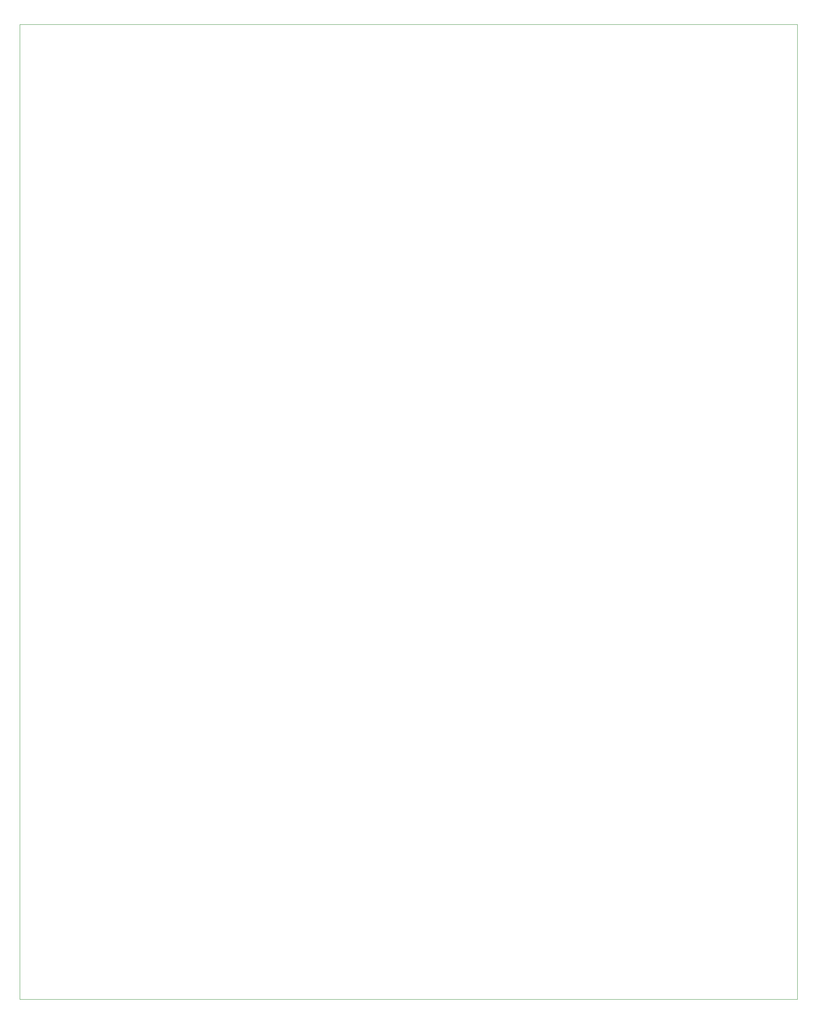
<source format=gm1>
G04 #@! TF.GenerationSoftware,KiCad,Pcbnew,6.0.5+dfsg-1~bpo11+1*
G04 #@! TF.CreationDate,2022-07-16T13:16:07+00:00*
G04 #@! TF.ProjectId,main_VCO_board,6d61696e-5f56-4434-9f5f-626f6172642e,0.1*
G04 #@! TF.SameCoordinates,Original*
G04 #@! TF.FileFunction,Profile,NP*
%FSLAX46Y46*%
G04 Gerber Fmt 4.6, Leading zero omitted, Abs format (unit mm)*
G04 Created by KiCad (PCBNEW 6.0.5+dfsg-1~bpo11+1) date 2022-07-16 13:16:07*
%MOMM*%
%LPD*%
G01*
G04 APERTURE LIST*
G04 #@! TA.AperFunction,Profile*
%ADD10C,0.100000*%
G04 #@! TD*
G04 APERTURE END LIST*
D10*
X122428000Y-246634000D02*
X122428000Y-33274000D01*
X292608000Y-33274000D02*
X292608000Y-246634000D01*
X122428000Y-33274000D02*
X292608000Y-33274000D01*
X292608000Y-246634000D02*
X122428000Y-246634000D01*
M02*

</source>
